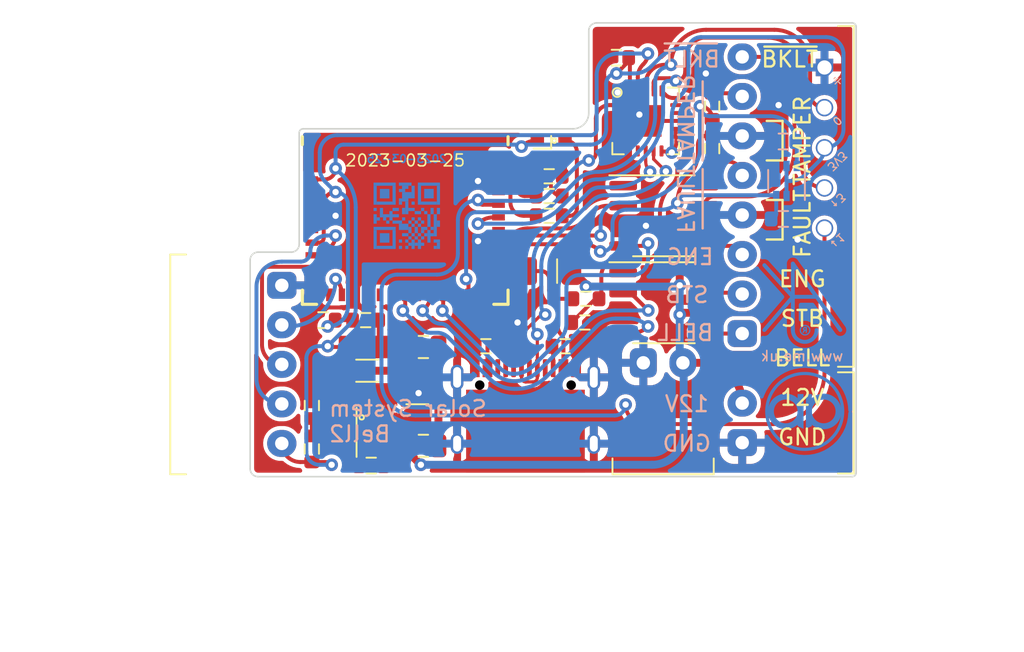
<source format=kicad_pcb>
(kicad_pcb (version 20211014) (generator pcbnew)
  (title_block (title "Bell box controller") (date "${DATE}") (rev "2") (company "Adrian Kennard, Andrews & Arnold Ltd"))
  (layers (0 "F.Cu" signal) (31 "B.Cu" signal) (34 "B.Paste" user) (35 "F.Paste" user) (36 "B.SilkS" user "B.Silkscreen") (37 "F.SilkS" user "F.Silkscreen") (38 "B.Mask" user) (39 "F.Mask" user) (44 "Edge.Cuts" user))
  (property "DATE" "2023-03-25")
  (net 0 "")
  (net 1 "GND")
  (net 2 "+3V3")
  (net 3 "VBUS")
  (net 4 "+12V")
  (net 6 "Net-(J1-PadA5)")
  (net 7 "Net-(J1-PadB5)")
  (net 9 "D-")
  (net 10 "D+")
  (net 11 "OUT1")
  (net 12 "OUT4")
  (net 13 "OUT3")
  (net 14 "O")
  (net 15 "I")
  (net 16 "OUT2")
  (net 25 "EN")
  (net 31 "BOOT")
  (net 32 "IN2")
  (net 33 "IN1")
  (net 34 "~{BACKLIGHT}")
  (net 35 "T")
  (net 36 "FAULT")
  (net 37 "ENGHOLD")
  (net 38 "STB")
  (net 39 "BELL")
  (net 40 "Net-(D2-Pad3)")
  (net 41 "Net-(D2-Pad2)")
  (net 42 "G")
  (net 43 "B")
  (net 44 "R")
  (net 45 "Net-(R2-Pad2)")
  (net 46 "Net-(D2-Pad4)")
  (net 51 "Net-(R11-Pad2)")
  (net 55 "GPSTX")
  (net 56 "GPSTICK")
  (net 57 "GPSRX")
  (footprint "RevK:PTSM-HH-8-RA" (layer "F.Cu") (at 101.2 42.7 90)
    (fp_text reference "J3" hide)
    (fp_text value "Conn_01x08")
  )
  (footprint "RevK:R_0603" (layer "F.Cu") (at 91.25 50.75)
    (fp_text reference "R3" hide)
    (fp_text value "10k")
  )
  (footprint "RevK:R_0603" (layer "F.Cu") (at 91.325 49.25)
    (fp_text reference "R2" hide)
    (fp_text value "4k7")
  )
  (footprint "RevK:PTSM-HH-2-RA" (layer "F.Cu") (at 96.2 53.3)
    (fp_text reference "J2" hide)
    (fp_text value "POWER")
  )
  (footprint "RevK:R_0603" (layer "F.Cu") (at 89 42.75 180)
    (fp_text reference "R10" hide)
    (fp_text value "220R")
  )
  (footprint "RevK:SOT-23-Thin-6-Reg" (layer "F.Cu") (at 77.5 57.7 90)
    (fp_text reference "U5" hide)
    (fp_text value "LMR16006XDDCR")
  )
  (footprint "RevK:C_0603_" (layer "F.Cu") (at 77.75 59.8)
    (fp_text reference "C4" hide)
    (fp_text value "100nF")
  )
  (footprint "RevK:C_0805_" (layer "F.Cu") (at 81.05 52.3)
    (fp_text reference "C6" hide)
    (fp_text value "10uF")
  )
  (footprint "RevK:R_0603" (layer "F.Cu") (at 99.3 37.075 -90)
    (fp_text reference "R4" hide)
    (fp_text value "100R")
  )
  (footprint "RevK:PTSM-HH-5-RA" (layer "F.Cu") (at 72.1 53.4 -90)
    (fp_text reference "J5" hide)
    (fp_text value "Conn_01x05")
  )
  (footprint "RevK:R_0603" (layer "F.Cu") (at 89 41.5 180)
    (fp_text reference "R9" hide)
    (fp_text value "2K")
  )
  (footprint "RevK:R_0603" (layer "F.Cu") (at 99.3 39.75 90)
    (fp_text reference "R7" hide)
    (fp_text value "100R")
  )
  (footprint "RevK:C_0603" (layer "F.Cu") (at 93.25 34 180)
    (fp_text reference "C1" hide)
    (fp_text value "0.1uF")
  )
  (footprint "RevK:R_0603" (layer "F.Cu") (at 77.4 50.6)
    (fp_text reference "R1" hide)
    (fp_text value "10k")
  )
  (footprint "RevK:PTSM-HH-2-RA" (layer "F.Cu") (at 101.2 57.1 90)
    (fp_text reference "J6" hide)
    (fp_text value "Conn_01x02")
  )
  (footprint "Package_SO:SO-8_3.9x4.9mm_P1.27mm" (layer "F.Cu") (at 96.25 44)
    (fp_text reference "U4" hide)
    (fp_text value "ISL89410")
  )
  (footprint "Package_SO:SO-8_3.9x4.9mm_P1.27mm" (layer "F.Cu") (at 96.25 49.5)
    (fp_text reference "U3" hide)
    (fp_text value "ISL89410")
  )
  (footprint "RevK:C_0603" (layer "F.Cu") (at 74.7 50.6)
    (fp_text reference "C7" hide)
    (fp_text value "10nF")
  )
  (footprint "RevK:R_0603" (layer "F.Cu") (at 85 52.25 180)
    (fp_text reference "R5" hide)
    (fp_text value "5K1")
  )
  (footprint "RevK:R_0603" (layer "F.Cu") (at 74 56 -90)
    (fp_text reference "R12" hide)
    (fp_text value "30k 1%")
  )
  (footprint "RevK:C_0805_" (layer "F.Cu") (at 81.05 58.55)
    (fp_text reference "C5" hide)
    (fp_text value "2.2uF")
  )
  (footprint "RevK:R_0603" (layer "F.Cu") (at 90 52.25 180)
    (fp_text reference "R6" hide)
    (fp_text value "5K1")
  )
  (footprint "RevK:D_1206" (layer "F.Cu") (at 89 47.5 180)
    (fp_text reference "D3" hide)
    (fp_text value "D")
  )
  (footprint "RevK:R_0603" (layer "F.Cu") (at 74 58.75 90)
    (fp_text reference "R11" hide)
    (fp_text value "100k 1%")
  )
  (footprint "RevK:R_0603" (layer "F.Cu") (at 89 44 180)
    (fp_text reference "R8" hide)
    (fp_text value "680R")
  )
  (footprint "RevK:LED-RGB-1.6x1.6" (layer "F.Cu") (at 89.125 39.75 180)
    (fp_text reference "D2" hide)
    (fp_text value "LED_RGBA")
  )
  (footprint "RevK:ESP32-PICO-MINI-02" (layer "F.Cu") (at 79.9 44.1)
    (fp_text reference "U1" hide)
    (fp_text value "ESP32-PICO-MINI-02")
  )
  (footprint "RevK:USC16-TR" (layer "F.Cu") (at 87.5 56.1)
    (fp_text reference "J1" hide)
    (fp_text value "USB-C")
  )
  (footprint "RevK:D_1206_" (layer "F.Cu") (at 80.67 55.42 90)
    (fp_text reference "D4" hide)
    (fp_text value "Schottky")
  )
  (footprint "RevK:L_4x4_" (layer "F.Cu") (at 77.5 53.8 90)
    (fp_text reference "L1" hide)
    (fp_text value "6.8uH")
  )
  (footprint "RevK:QFN-20-1EP_4x4mm_P0.5mm_EP2.5x2.5mm" (layer "F.Cu") (at 95.1 38)
    (fp_text reference "U2" hide)
    (fp_text value "FT231XQ")
  )
  (footprint "RevK:AA" (layer "B.Cu") (at 105.15 56.375 180)
    (fp_text reference "U7" hide)
    (fp_text value "AA" hide)
  )
  (footprint "RevK:Shelly" (layer "B.Cu") (at 106.4 39.7 90)
    (fp_text reference "J4" hide)
    (fp_text value "Shelly" hide)
  )
  (footprint "RevK:QR-SS" (layer "B.Cu") (at 80 44)
    (fp_text reference "U8" hide)
    (fp_text value "QR" hide)
  )
  (footprint "RevK:C_0603" (layer "B.Cu") (at 103.8 44.2)
    (fp_text reference "C3" hide)
    (fp_text value "33pF")
  )
  (footprint "Package_TO_SOT_SMD:SOT-363_SC-70-6" (layer "B.Cu") (at 104 41.8 90)
    (fp_text reference "D1" hide)
    (fp_text value "BAV99S")
  )
  (footprint "RevK:C_0603" (layer "B.Cu") (at 103.8 39.3 180)
    (fp_text reference "C2" hide)
    (fp_text value "33pF")
  )
  (footprint "RevK:AJK" (layer "B.Cu") (at 104.4 49.125 180)
    (fp_text reference "AJK1" hide)
    (fp_text value "AJK" hide)
  )
  (gr_line (start 98.7 44.8) (end 98.7 41.05) (layer "B.SilkS") (width 0.15))
  (gr_line (start 98.7 40.5) (end 98.7 35.5) (layer "B.SilkS") (width 0.15))
  (gr_line (start 96.3 33.1) (end 99.6 33.1) (layer "B.SilkS") (width 0.15))
  (gr_line (start 103.75 45.5) (end 102.75 45.5) (layer "F.SilkS") (width 0.15))
  (gr_line (start 103.75 38) (end 103.75 40.5) (layer "F.SilkS") (width 0.15))
  (gr_line (start 103.75 40.5) (end 102.75 40.5) (layer "F.SilkS") (width 0.15))
  (gr_line (start 103.75 43) (end 103.75 45.5) (layer "F.SilkS") (width 0.15))
  (gr_line (start 102.6 33.3) (end 105.9 33.3) (layer "F.SilkS") (width 0.15))
  (gr_line (start 102.75 43) (end 103.75 43) (layer "F.SilkS") (width 0.15))
  (gr_line (start 102.75 38) (end 103.75 38) (layer "F.SilkS") (width 0.15))
  (gr_arc (start 73.2 38.75) (mid 73.273223 38.573223) (end 73.45 38.5) (layer "Edge.Cuts") (width 0.1))
  (gr_arc (start 73.2 45.8) (mid 73.053553 46.153553) (end 72.7 46.3) (layer "Edge.Cuts") (width 0.1))
  (gr_line (start 108.15 60.5) (end 70.6 60.5) (layer "Edge.Cuts") (width 0.1))
  (gr_line (start 73.2 45.8) (end 73.2 38.75) (layer "Edge.Cuts") (width 0.1))
  (gr_arc (start 70.1 46.8) (mid 70.246447 46.446447) (end 70.6 46.3) (layer "Edge.Cuts") (width 0.1))
  (gr_line (start 92 31.8) (end 108.15 31.8) (layer "Edge.Cuts") (width 0.1))
  (gr_arc (start 108.15 31.8) (mid 108.326777 31.873223) (end 108.4 32.05) (layer "Edge.Cuts") (width 0.1))
  (gr_arc (start 91.5 32.3) (mid 91.646447 31.946447) (end 92 31.8) (layer "Edge.Cuts") (width 0.1))
  (gr_line (start 91.5 37.5) (end 91.5 32.3) (layer "Edge.Cuts") (width 0.1))
  (gr_line (start 70.1 60) (end 70.1 46.8) (layer "Edge.Cuts") (width 0.1))
  (gr_line (start 73.45 38.5) (end 90.5 38.5) (layer "Edge.Cuts") (width 0.1))
  (gr_arc (start 70.6 60.5) (mid 70.246447 60.353553) (end 70.1 60) (layer "Edge.Cuts") (width 0.1))
  (gr_line (start 108.4 32.05) (end 108.4 60.25) (layer "Edge.Cuts") (width 0.1))
  (gr_line (start 70.6 46.3) (end 72.7 46.3) (layer "Edge.Cuts") (width 0.1))
  (gr_arc (start 91.5 37.5) (mid 91.207107 38.207107) (end 90.5 38.5) (layer "Edge.Cuts") (width 0.1))
  (gr_arc (start 108.4 60.25) (mid 108.326777 60.426777) (end 108.15 60.5) (layer "Edge.Cuts") (width 0.1))
  (gr_text "12V" (at 97.7 55.9) (layer "B.SilkS") (effects (font (size 1 1)) (justify mirror)))
  (gr_text "TAMPER" (at 97.6 37.9 -90) (layer "B.SilkS") (effects (font (size 1 1)) (justify mirror)))
  (gr_text "GND" (at 97.7 58.4) (layer "B.SilkS") (effects (font (size 1 1)) (justify mirror)))
  (gr_text "ENG" (at 97.9 46.6) (layer "B.SilkS") (effects (font (size 1 1)) (justify mirror)))
  (gr_text "Solar System\nBell2" (at 75 57) (layer "B.SilkS") (effects (font (size 1 1)) (justify right mirror)))
  (gr_text "BKLT" (at 98 34.1) (layer "B.SilkS") (effects (font (size 1 1)) (justify mirror)))
  (gr_text "STB" (at 97.7 49) (layer "B.SilkS") (effects (font (size 1 1)) (justify mirror)))
  (gr_text "BELL" (at 97.6 51.4) (layer "B.SilkS") (effects (font (size 1 1)) (justify mirror)))
  (gr_text "FAULT" (at 97.6 42.95 -90) (layer "B.SilkS") (effects (font (size 1 1)) (justify mirror)))
  (gr_text "BELL" (at 105 53) (layer "F.SilkS") (effects (font (size 1 1))))
  (gr_text "12V" (at 105 55.5) (layer "F.SilkS") (effects (font (size 1 1))))
  (gr_text "GND" (at 105 58) (layer "F.SilkS") (effects (font (size 1 1))))
  (gr_text "FAULT" (at 105 44.5 90) (layer "F.SilkS") (effects (font (size 1 1))))
  (gr_text "ENG" (at 105 48) (layer "F.SilkS") (effects (font (size 1 1))))
  (gr_text "BKLT" (at 104.2 34.1) (layer "F.SilkS") (effects (font (size 1 1))))
  (gr_text "TAMPER" (at 105 39.25 90) (layer "F.SilkS") (effects (font (size 1 1))))
  (gr_text "STB" (at 105 50.5) (layer "F.SilkS") (effects (font (size 1 1))))
  (segment (start 97 38) (end 95.1 38) (width 0.25) (layer "F.Cu") (net 1))
  (segment (start 75.8 49.8) (end 74.4 49.8) (width 0.25) (layer "F.Cu") (net 1))
  (segment (start 93.2 37.5) (end 94.6 37.5) (width 0.25) (layer "F.Cu") (net 1))
  (segment (start 73.95 49.05) (end 73.95 49.35) (width 0.25) (layer "F.Cu") (net 1))
  (segment (start 93.675 50.135) (end 92.69 50.135) (width 0.25) (layer "F.Cu") (net 1))
  (segment (start 94.1 40.968534) (end 95.074044 41.942578) (width 0.25) (layer "F.Cu") (net 1))
  (segment (start 93.2 38.5) (end 94.6 38.5) (width 0.25) (layer "F.Cu") (net 1))
  (segment (start 75.8 49.8) (end 75.9 49.8) (width 0.25) (layer "F.Cu") (net 1))
  (segment (start 95.115 41.950901) (end 95.115 44.635) (width 0.25) (layer "F.Cu") (net 1))
  (segment (start 93.2 39) (end 94.1 39) (width 0.25) (layer "F.Cu") (net 1))
  (segment (start 80.67 55.141016) (end 80.744484 55.2155) (width 0.5) (layer "F.Cu") (net 1))
  (segment (start 92.69 50.135) (end 92.075 50.75) (width 0.25) (layer "F.Cu") (net 1))
  (segment (start 95.106677 41.942578) (end 95.115 41.950901) (width 0.25) (layer "F.Cu") (net 1))
  (segment (start 74 55.175) (end 75.039645 55.175) (width 0.5) (layer "F.Cu") (net 1))
  (segment (start 95.074044 41.942578) (end 95.106677 41.942578) (width 0.25) (layer "F.Cu") (net 1))
  (segment (start 77.85 42.15) (end 77.85 44.1) (width 0.25) (layer "F.Cu") (net 1))
  (segment (start 95.115 44.635) (end 93.675 44.635) (width 0.25) (layer "F.Cu") (net 1))
  (segment (start 80.67 53.9375) (end 80.67 55.141016) (width 0.5) (layer "F.Cu") (net 1))
  (segment (start 90.7 53.64) (end 90.7 52.551776) (width 0.25) (layer "F.Cu") (net 1))
  (segment (start 93.2 38) (end 95 38) (width 0.25) (layer "F.Cu") (net 1))
  (segment (start 94.1 39.9) (end 94.1 40.968534) (width 0.25) (layer "F.Cu") (net 1))
  (segment (start 94.1 39) (end 95.1 38) (width 0.25) (layer "F.Cu") (net 1))
  (segment (start 79.8 42.15) (end 77.85 42.15) (width 0.25) (layer "F.Cu") (net 1))
  (segment (start 94.1 39.9) (end 94.1 39) (width 0.25) (layer "F.Cu") (net 1))
  (via (at 103.5 37) (size 0.8) (drill 0.4) (layers "F.Cu" "B.Cu") (net 1))
  (via (at 84.5 41.8) (size 0.8) (drill 0.4) (layers "F.Cu" "B.Cu") (net 1))
  (via (at 94.7 37.6) (size 0.8) (drill 0.4) (layers "F.Cu" "B.Cu") (net 1))
  (via (at 75.5 44) (size 0.8) (drill 0.4) (layers "F.Cu" "B.Cu") (net 1))
  (via (at 93.3245 36.2) (size 0.8) (drill 0.4) (layers "F.Cu" "B.Cu") (net 1))
  (via (at 80.744484 55.2155) (size 0.8) (drill 0.4) (layers "F.Cu" "B.Cu") (net 1))
  (via (at 87 50.75) (size 0.8) (drill 0.4) (layers "F.Cu" "B.Cu") (net 1))
  (via (at 104.7 45.5) (size 0.8) (drill 0.4) (layers "F.Cu" "B.Cu") (net 1))
  (via (at 98.9 35) (size 0.8) (drill 0.4) (layers "F.Cu" "B.Cu") (net 1))
  (via (at 84.5 45.6) (size 0.8) (drill 0.4) (layers "F.Cu" "B.Cu") (net 1))
  (via (at 95.115 44.635) (size 0.8) (drill 0.4) (layers "F.Cu" "B.Cu") (net 1))
  (arc (start 75.9 49.8) (mid 76.465685 49.565685) (end 76.7 49) (width 0.25) (layer "F.Cu") (net 1))
  (arc (start 73.95 49.35) (mid 74.081802 49.668198) (end 74.4 49.8) (width 0.25) (layer "F.Cu") (net 1))
  (arc (start 75.039645 55.175) (mid 75.072308 55.181498) (end 75.1 55.2) (width 0.5) (layer "F.Cu") (net 1))
  (segment (start 94.1 36.1) (end 94.1 34.181066) (width 0.25) (layer "F.Cu") (net 2))
  (segment (start 77.55 52.3) (end 75.05 52.3) (width 0.25) (layer "F.Cu") (net 2))
  (segment (start 94.025 34.225) (end 93.25 35) (width 0.25) (layer "F.Cu") (net 2))
  (segment (start 96.1 39.9375) (end 96.599112 39.9375) (width 0.25) (layer "F.Cu") (net 2))
  (segment (start 74 59.575) (end 73.275 59.575) (width 0.25) (layer "F.Cu") (net 2))
  (segment (start 97.0375 39) (end 97.0375 39.305914) (width 0.25) (layer "F.Cu") (net 2))
  (segment (start 74 59.575) (end 74.827513 59.575) (width 0.25) (layer "F.Cu") (net 2))
  (segment (start 74.8 41.7) (end 74 41.7) (width 0.25) (layer "F.Cu") (net 2))
  (segment (start 97 38.5) (end 97 39) (width 0.25) (layer "F.Cu") (net 2))
  (segment (start 78.225 50.6) (end 78.225 51.625) (width 0.25) (layer "F.Cu") (net 2))
  (via (at 96.75 40) (size 0.8) (drill 0.4) (layers "F.Cu" "B.Cu") (net 2))
  (via (at 87.25 39.6245) (size 0.8) (drill 0.4) (layers "F.Cu" "B.Cu") (net 2))
  (via (at 75.25 59.75) (size 0.8) (drill 0.4) (layers "F.Cu" "B.Cu") (net 2))
  (via (at 75.5 41) (size 0.8) (drill 0.4) (layers "F.Cu" "B.Cu") (net 2))
  (via (at 93.25 35) (size 0.8) (drill 0.4) (layers "F.Cu" "B.Cu") (net 2))
  (via (at 75 52.25) (size 0.8) (drill 0.4) (layers "F.Cu" "B.Cu") (net 2))
  (arc (start 73.275 59.575) (mid 72.44415 59.23085) (end 72.1 58.4) (width 0.25) (layer "F.Cu") (net 2))
  (arc (start 74.827513 59.575) (mid 75.056161 59.620481) (end 75.25 59.75) (width 0.25) (layer "F.Cu") (net 2))
  (arc (start 78.225 51.625) (mid 78.027297 52.102297) (end 77.55 52.3) (width 0.25) (layer "F.Cu") (net 2))
  (arc (start 88.154122 39.25) (mid 87.664815 39.347329) (end 87.25 39.6245) (width 0.25) (layer "F.Cu") (net 2))
  (arc (start 96.599112 39.9375) (mid 96.680772 39.953744) (end 96.75 40) (width 0.25) (layer "F.Cu") (net 2))
  (arc (start 97.0375 39.305914) (mid 96.962781 39.681551) (end 96.75 40) (width 0.25) (layer "F.Cu") (net 2))
  (arc (start 75.05 52.3) (mid 75.014645 52.285355) (end 75 52.25) (width 0.25) (layer "F.Cu") (net 2))
  (arc (start 75.5 41) (mid 75.294975 41.494975) (end 74.8 41.7) (width 0.25) (layer "F.Cu") (net 2))
  (segment (start 74.48 59.75) (end 75.25 59.75) (width 0.25) (layer "B.Cu") (net 2))
  (segment (start 107.6 34.7) (end 107.6 33.7) (width 0.25) (layer "B.Cu") (net 2))
  (segment (start 104 41.8) (end 104 42.75) (width 0.25) (layer "B.Cu") (net 2))
  (segment (start 92.6 38.5) (end 92.6 35.65) (width 0.25) (layer "B.Cu") (net 2))
  (segment (start 73.65 53.03) (end 73.65 58.92) (width 0.25) (layer "B.Cu") (net 2))
  (segment (start 87.25 39.6245) (end 87.3745 39.5) (width 0.25) (layer "B.Cu") (net 2))
  (segment (start 76 39.5) (end 87.1255 39.5) (width 0.25) (layer "B.Cu") (net 2))
  (segment (start 75 52.25) (end 74.43 52.25) (width 0.25) (layer "B.Cu") (net 2))
  (segment (start 107.6 38.5) (end 107.6 34.7) (width 0.25) (layer "B.Cu") (net 2))
  (segment (start 104 40.85) (end 104 41.8) (width 0.25) (layer "B.Cu") (net 2))
  (segment (start 97.7 33.4) (end 97.448528 33.4) (width 0.25) (layer "B.Cu") (net 2))
  (segment (start 107.6 34.7) (end 107.6 33.8) (width 0.25) (layer "B.Cu") (net 2))
  (segment (start 75 52.25) (end 76.323224 50.926776) (width 0.25) (layer "B.Cu") (net 2))
  (segment (start 106.5 32.7) (end 98.6 32.7) (width 0.25) (layer "B.Cu") (net 2))
  (segment (start 97.8 33.5) (end 97.8 34.2) (width 0.25) (layer "B.Cu") (net 2))
  (segment (start 75.926472 41.426472) (end 75.5 41) (width 0.25) (layer "B.Cu") (net 2))
  (segment (start 87.3745 39.5) (end 91.6 39.5) (width 0.25) (layer "B.Cu") (net 2))
  (segment (start 96 34) (end 95.45 34.55) (width 0.25) (layer "B.Cu") (net 2))
  (segment (start 105.2 41.4) (end 106.046446 40.553554) (width 0.25) (layer "B.Cu") (net 2))
  (segment (start 76.775 43.475) (end 76.775 49.836092) (width 0.25) (layer "B.Cu") (net 2))
  (segment (start 96.75 37.727817) (end 96.75 40) (width 0.25) (layer "B.Cu") (net 2))
  (segment (start 97.8 34.2) (end 97.8 33.641421) (width 0.25) (layer "B.Cu") (net 2))
  (segment (start 87.1255 39.5) (end 87.25 39.6245) (width 0.25) (layer "B.Cu") (net 2))
  (segment (start 97.8 34.2) (end 97.8 35.192894) (width 0.25) (layer "B.Cu") (net 2))
  (segment (start 94.363604 35) (end 93.25 35) (width 0.25) (layer "B.Cu") (net 2))
  (segment (start 104 41.8) (end 104.234315 41.8) (width 0.25) (layer "B.Cu") (net 2))
  (segment (start 75.5 40) (end 75.5 41) (width 0.25) (layer "B.Cu") (net 2))
  (arc (start 97.3 36.4) (mid 96.89294 37.009207) (end 96.75 37.727817) (width 0.25) (layer "B.Cu") (net 2))
  (arc (start 97.448528 33.4) (mid 96.664591 33.555935) (end 96 34) (width 0.25) (layer "B.Cu") (net 2))
  (arc (start 95.45 34.55) (mid 94.951557 34.883048) (end 94.363604 35) (width 0.25) (layer "B.Cu") (net 2))
  (arc (start 97.8 35.192894) (mid 97.670054 35.846175) (end 97.3 36.4) (width 0.25) (layer "B.Cu") (net 2))
  (arc (start 98.6 32.7) (mid 98.034315 32.934315) (end 97.8 33.5) (width 0.25) (layer "B.Cu") (net 2))
  (arc (start 104.234315 41.8) (mid 104.75694 41.696043) (end 105.2 41.4) (width 0.25) (layer "B.Cu") (net 2))
  (arc (start 76 39.5) (mid 75.646447 39.646447) (end 75.5 40) (width 0.25) (layer "B.Cu") (net 2))
  (arc (start 92.6 35.65) (mid 92.790381 35.190381) (end 93.25 35) (width 0.25) (layer "B.Cu") (net 2))
  (arc (start 106.4 39.7) (mid 107.248528 39.348528) (end 107.6 38.5) (width 0.25) (layer "B.Cu") (net 2))
  (arc (start 97.8 33.641421) (mid 97.774011 33.510765) (end 97.7 33.4) (width 0.25) (layer "B.Cu") (net 2))
  (arc (start 74.43 52.25) (mid 73.878457 52.478457) (end 73.65 53.03) (width 0.25) (layer "B.Cu") (net 2))
  (arc (start 106.046446 40.553554) (mid 106.308114 40.16194) (end 106.4 39.7) (width 0.25) (layer "B.Cu") (net 2))
  (arc (start 76.323224 50.926776) (mid 76.657587 50.426366) (end 76.775 49.836092) (width 0.25) (layer "B.Cu") (net 2))
  (arc (start 91.6 39.5) (mid 92.307107 39.207107) (end 92.6 38.5) (width 0.25) (layer "B.Cu") (net 2))
  (arc (start 73.65 58.92) (mid 73.893101 59.506899) (end 74.48 59.75) (width 0.25) (layer "B.Cu") (net 2))
  (arc (start 107.6 33.8) (mid 107.277817 33.022183) (end 106.5 32.7) (width 0.25) (layer "B.Cu") (net 2))
  (arc (start 76.775 43.475) (mid 76.554475 42.366345) (end 75.926472 41.426472) (width 0.25) (layer "B.Cu") (net 2))
  (segment (start 89.9 53.64) (end 89.9 51.862132) (width 0.25) (layer "F.Cu") (net 3))
  (segment (start 85.418198 51.081802) (end 86.5 50) (width 0.25) (layer "F.Cu") (net 3))
  (segment (start 87.5125 47.5) (end 88.5 47.5) (width 0.25) (layer "F.Cu") (net 3))
  (segment (start 85.1 53.64) (end 85.1 51.85) (width 0.25) (layer "F.Cu") (net 3))
  (segment (start 89 48.7) (end 89 48) (width 0.25) (layer "F.Cu") (net 3))
  (segment (start 90.5 49.25) (end 89.55 49.25) (width 0.25) (layer "F.Cu") (net 3))
  (segment (start 89.55 51.017158) (end 89.55 49.25) (width 0.25) (layer "F.Cu") (net 3))
  (arc (start 89.75 51.5) (mid 89.601978 51.278471) (end 89.55 51.017158) (width 0.25) (layer "F.Cu") (net 3))
  (arc (start 89.9 51.862132) (mid 89.861016 51.666148) (end 89.75 51.5) (width 0.25) (layer "F.Cu") (net 3))
  (arc (start 86.5 50) (mid 87.24936 48.878504) (end 87.5125 47.555609) (width 0.25) (layer "F.Cu") (net 3))
  (arc (start 85.1 51.85) (mid 85.182697 51.434254) (end 85.418198 51.081802) (width 0.25) (layer "F.Cu") (net 3))
  (arc (start 89 48) (mid 88.853553 47.646447) (end 88.5 47.5) (width 0.25) (layer "F.Cu") (net 3))
  (arc (start 89.55 49.25) (mid 89.161091 49.088909) (end 89 48.7) (width 0.25) (layer "F.Cu") (net 3))
  (segment (start 98.825 50.135) (end 97.527634 50.135) (width 0.5) (layer "F.Cu") (net 4))
  (segment (start 91.325 48.476426) (end 91.325 48.3375) (width 0.5) (layer "F.Cu") (net 4))
  (segment (start 91.325 48.3375) (end 90.4875 47.5) (width 0.5) (layer "F.Cu") (net 4))
  (segment (start 97.25 48.4) (end 97.25 45.25) (width 0.5) (layer "F.Cu") (net 4))
  (segment (start 97.865 44.635) (end 98.825 44.635) (width 0.5) (layer "F.Cu") (net 4))
  (segment (start 97.45 53.3) (end 98.65 53.3) (width 0.5) (layer "F.Cu") (net 4))
  (segment (start 80.89 59.75) (end 80.389914 59.249914) (width 0.5) (layer "F.Cu") (net 4))
  (segment (start 78.85 57.7) (end 78.85 58.65) (width 0.25) (layer "F.Cu") (net 4))
  (via (at 97.25 50.25) (size 0.8) (drill 0.4) (layers "F.Cu" "B.Cu") (net 4))
  (via (at 80.89 59.75) (size 0.8) (drill 0.4) (layers "F.Cu" "B.Cu") (net 4))
  (via (at 97.25 48.4) (size 0.8) (drill 0.4) (layers "F.Cu" "B.Cu") (net 4))
  (via (at 91.325 48.476426) (size 0.8) (drill 0.4) (layers "F.Cu" "B.Cu") (net 4))
  (arc (start 97.25 45.25) (mid 97.430129 44.815129) (end 97.865 44.635) (width 0.5) (layer "F.Cu") (net 4))
  (arc (start 80.389914 59.249914) (mid 80.175346 58.928791) (end 80.1 58.55) (width 0.5) (layer "F.Cu") (net 4))
  (arc (start 98.65 53.3) (mid 100.453122 54.046878) (end 101.2 55.85) (width 0.5) (layer "F.Cu") (net 4))
  (arc (start 97.527634 50.135) (mid 97.37738 50.164887) (end 97.25 50.25) (width 0.5) (layer "F.Cu") (net 4))
  (segment (start 97.5 53.9) (end 97.5 57.75) (width 0.5) (layer "B.Cu") (net 4))
  (segment (start 95.5 59.75) (end 81.323982 59.75) (width 0.5) (layer "B.Cu") (net 4))
  (segment (start 91.325 48.476426) (end 97.173574 48.476426) (width 0.5) (layer "B.Cu") (net 4))
  (segment (start 97.25 48.4) (end 97.25 50.25) (width 0.5) (layer "B.Cu") (net 4))
  (segment (start 81.323982 59.75) (end 80.89 59.75) (width 0.5) (layer "B.Cu") (net 4))
  (segment (start 97.25 50.25) (end 97.25 53.65) (width 0.5) (layer "B.Cu") (net 4))
  (arc (start 97.5 57.75) (mid 96.914214 59.164214) (end 95.5 59.75) (width 0.5) (layer "B.Cu") (net 4))
  (arc (start 97.173574 48.476426) (mid 97.227615 48.454041) (end 97.25 48.4) (width 0.5) (layer "B.Cu") (net 4))
  (arc (start 86.25 53.27604) (mid 86.139546 52.720751) (end 85.825 52.25) (width 0.25) (layer "F.Cu") (net 6))
  (segment (start 89.25 53.64) (end 89.25 52.431066) (width 0.25) (layer "F.Cu") (net 7))
  (segment (start 87.480131 52.77048) (end 87.27048 52.77048) (width 0.2) (layer "F.Cu") (net 9))
  (segment (start 87.603553 51.146446) (end 88.323223 50.426777) (width 0.2) (layer "F.Cu") (net 9))
  (segment (start 87.75 53.64) (end 87.75 53.040349) (width 0.2) (layer "F.Cu") (net 9))
  (segment (start 87.25 52.721037) (end 87.25 52) (width 0.2) (layer "F.Cu") (net 9))
  (segment (start 86.75 53.64) (end 86.75 53.040349) (width 0.2) (layer "F.Cu") (net 9))
  (segment (start 96.373278 41.190964) (end 95.6 40.417686) (width 0.2) (layer "F.Cu") (net 9))
  (segment (start 87.019869 52.77048) (end 87.27048 52.77048) (width 0.2) (layer "F.Cu") (net 9))
  (segment (start 95.6 40.417686) (end 95.6 39.9375) (width 0.2) (layer "F.Cu") (net 9))
  (via (at 88.75 50.25) (size 0.8) (drill 0.4) (layers "F.Cu" "B.Cu") (net 9))
  (via (at 96.373278 41.190964) (size 0.8) (drill 0.4) (layers "F.Cu" "B.Cu") (net 9))
  (arc (start 87.25 52) (mid 87.341886 51.53806) (end 87.603553 51.146446) (width 0.2) (layer "F.Cu") (net 9))
  (arc (start 87.27048 52.77048) (mid 87.255322 52.747796) (end 87.25 52.721037) (width 0.2) (layer "F.Cu") (net 9))
  (arc (start 87.75 53.040349) (mid 87.670957 52.849523) (end 87.480131 52.77048) (width 0.2) (layer "F.Cu") (net 9))
  (arc (start 88.323223 50.426777) (mid 88.51903 50.295943) (end 88.75 50.25) (width 0.2) (layer "F.Cu") (net 9))
  (arc (start 86.75 53.040349) (mid 86.829043 52.849523) (end 87.019869 52.77048) (width 0.2) (layer "F.Cu") (net 9))
  (segment (start 93.452533 42.7) (end 92.6 42.7) (width 0.25) (layer "B.Cu") (net 9))
  (segment (start 91.661091 43.088909) (end 89.175 45.575) (width 0.25) (layer "B.Cu") (net 9))
  (segment (start 88.5 47.204594) (end 88.5 49.646447) (width 0.25) (layer "B.Cu") (net 9))
  (segment (start 96.138879 41.607327) (end 96.373278 41.372928) (width 0.2) (layer "B.Cu") (net 9))
  (segment (start 96.373278 41.372928) (end 96.373278 41.190964) (width 0.2) (layer "B.Cu") (net 9))
  (arc (start 96.173103 41.573103) (mid 94.924895 42.407129) (end 93.452533 42.7) (width 0.25) (layer "B.Cu") (net 9))
  (arc (start 88.5 49.646447) (mid 88.564973 49.973087) (end 88.75 50.25) (width 0.25) (layer "B.Cu") (net 9))
  (arc (start 89.175 45.575) (mid 88.675427 46.322664) (end 88.5 47.204594) (width 0.25) (layer "B.Cu") (net 9))
  (arc (start 92.6 42.7) (mid 92.091866 42.801074) (end 91.661091 43.088909) (width 0.25) (layer "B.Cu") (net 9))
  (segment (start 88.25 53.64) (end 88.25 51.5) (width 0.2) (layer "F.Cu") (net 10))
  (segment (start 88.25 53.64) (end 88.25 54.239651) (width 0.2) (layer "F.Cu") (net 10))
  (segment (start 87.25 53.64) (end 87.25 54.239651) (width 0.2) (layer "F.Cu") (net 10))
  (segment (start 87.519869 54.50952) (end 87.980131 54.50952) (width 0.2) (layer "F.Cu") (net 10))
  (segment (start 95.1 39.9) (end 95.1 40.556238) (width 0.2) (layer "F.Cu") (net 10))
  (via (at 88.25 51.5) (size 0.8) (drill 0.4) (layers "F.Cu" "B.Cu") (net 10))
  (via (at 95.374143 41.218077) (size 0.8) (drill 0.4) (layers "F.Cu" "B.Cu") (net 10))
  (arc (start 87.25 54.239651) (mid 87.329043 54.430477) (end 87.519869 54.50952) (width 0.2) (layer "F.Cu") (net 10))
  (arc (start 88.25 54.239651) (mid 88.170957 54.430477) (end 87.980131 54.50952) (width 0.2) (layer "F.Cu") (net 10))
  (arc (start 95.1 40.556238) (mid 95.171248 40.914422) (end 95.374143 41.218077) (width 0.2) (layer "F.Cu") (net 10))
  (segment (start 88 46.919238) (end 88 50.896447) (width 0.25) (layer "B.Cu") (net 10))
  (segment (start 91.517157 42.482843) (end 88.65 45.35) (width 0.25) (layer "B.Cu") (net 10))
  (segment (start 93.003572 42.2) (end 92.2 42.2) (width 0.25) (layer "B.Cu") (net 10))
  (arc (start 95.374143 41.218077) (mid 94.286516 41.944807) (end 93.003572 42.2) (width 0.25) (layer "B.Cu") (net 10))
  (arc (start 92.2 42.2) (mid 91.830448 42.273509) (end 91.517157 42.482843) (width 0.25) (layer "B.Cu") (net 10))
  (arc (start 88.65 45.35) (mid 88.16893 46.069972) (end 88 46.919238) (width 0.25) (layer "B.Cu") (net 10))
  (arc (start 88 50.896447) (mid 88.064973 51.223087) (end 88.25 51.5) (width 0.25) (layer "B.Cu") (net 10))
  (segment (start 79.9 49) (end 79.9 49.637868) (width 0.25) (layer "F.Cu") (net 11))
  (via (at 79.75 50) (size 0.8) (drill 0.4) (layers "F.Cu" "B.Cu") (net 11))
  (via (at 95.25 51) (size 0.8) (drill 0.4) (layers "F.Cu" "B.Cu") (net 11))
  (arc (start 95.25 51) (mid 94.801402 51.299744) (end 94.272244 51.405) (width 0.25) (layer "F.Cu") (net 11))
  (arc (start 79.9 49.637868) (mid 79.861016 49.833852) (end 79.75 50) (width 0.25) (layer "F.Cu") (net 11))
  (segment (start 81.896447 51.396447) (end 81.496447 51.396447) (width 0.25) (layer "B.Cu") (net 11))
  (segment (start 86.948897 54.948897) (end 86.801103 54.948897) (width 0.25) (layer "B.Cu") (net 11))
  (segment (start 85.229636 54.297974) (end 82.633341 51.701679) (width 0.25) (layer "B.Cu") (net 11))
  (segment (start 80.898959 51.14896) (end 79.75 50) (width 0.25) (layer "B.Cu") (net 11))
  (segment (start 94.042894 50.5) (end 93.207106 50.5) (width 0.25) (layer "B.Cu") (net 11))
  (segment (start 92 51) (end 88.830481 54.169519) (width 0.25) (layer "B.Cu") (net 11))
  (arc (start 93.207106 50.5) (mid 92.553825 50.629946) (end 92 51) (width 0.25) (layer "B.Cu") (net 11))
  (arc (start 86.801103 54.948897) (mid 85.950631 54.779728) (end 85.229636 54.297974) (width 0.25) (layer "B.Cu") (net 11))
  (arc (start 95.25 51) (mid 94.696175 50.629946) (end 94.042894 50.5) (width 0.25) (layer "B.Cu") (net 11))
  (arc (start 81.496447 51.396447) (mid 81.173089 51.332127) (end 80.898959 51.14896) (width 0.25) (layer "B.Cu") (net 11))
  (arc (start 82.633341 51.701679) (mid 82.295251 51.475774) (end 81.896447 51.396447) (width 0.25) (layer "B.Cu") (net 11))
  (arc (start 88.830481 54.169519) (mid 87.967203 54.746343) (end 86.948897 54.948897) (width 0.25) (layer "B.Cu") (net 11))
  (segment (start 86.382293 45.458807) (end 86.453002 45.388097) (width 0.25) (layer "F.Cu") (net 12))
  (segment (start 90.1 44.8) (end 87.635844 44.8) (width 0.25) (layer "F.Cu") (net 12))
  (segment (start 91.75 43.75) (end 91.124264 44.375736) (width 0.25) (layer "F.Cu") (net 12))
  (segment (start 86.620549 45.220549) (end 86.453002 45.388097) (width 0.25) (layer "F.Cu") (net 12))
  (segment (start 93.675 43.365) (end 92.679472 43.365) (width 0.25) (layer "F.Cu") (net 12))
  (arc (start 91.124264 44.375736) (mid 90.654328 44.689737) (end 90.1 44.8) (width 0.25) (layer "F.Cu") (net 12))
  (arc (start 92.679472 43.365) (mid 92.176446 43.465058) (end 91.75 43.75) (width 0.25) (layer "F.Cu") (net 12))
  (arc (start 87.635844 44.8) (mid 87.086371 44.909297) (end 86.620549 45.220549) (width 0.25) (layer "F.Cu") (net 12))
  (arc (start 85.8 45.7) (mid 86.115134 45.637316) (end 86.382293 45.458807) (width 0.25) (layer "F.Cu") (net 12))
  (segment (start 93.675 45.905) (end 94.875797 45.905) (width 0.25) (layer "F.Cu") (net 13))
  (segment (start 82.3 49) (end 82.3 49.87929) (width 0.25) (layer "F.Cu") (net 13))
  (via (at 95.25 45.75) (size 0.8) (drill 0.4) (layers "F.Cu" "B.Cu") (net 13))
  (via (at 82.25 50) (size 0.8) (drill 0.4) (layers "F.Cu" "B.Cu") (net 13))
  (arc (start 82.3 49.87929) (mid 82.287005 49.944618) (end 82.25 50) (width 0.25) (layer "F.Cu") (net 13))
  (arc (start 94.875797 45.905) (mid 95.078314 45.864716) (end 95.25 45.75) (width 0.25) (layer "F.Cu") (net 13))
  (segment (start 94.541127 47.709717) (end 94.348302 47.748072) (width 0.25) (layer "B.Cu") (net 13))
  (segment (start 94.886234 47.525253) (end 94.722764 47.63448) (width 0.25) (layer "B.Cu") (net 13))
  (segment (start 95.25 46.75) (end 95.248072 46.848302) (width 0.25) (layer "B.Cu") (net 13))
  (segment (start 95.25 45.75) (end 95.25 46.75) (width 0.25) (layer "B.Cu") (net 13))
  (segment (start 89.689296 51.789296) (end 87.993785 53.484807) (width 0.25) (layer "B.Cu") (net 13))
  (segment (start 94.25 47.75) (end 90.9 47.75) (width 0.25) (layer "B.Cu") (net 13))
  (segment (start 95.248072 46.848302) (end 95.209717 47.041127) (width 0.25) (layer "B.Cu") (net 13))
  (segment (start 90.087282 48.562718) (end 90.087282 50.828473) (width 0.25) (layer "B.Cu") (net 13))
  (segment (start 94.348302 47.748072) (end 94.25 47.75) (width 0.25) (layer "B.Cu") (net 13))
  (segment (start 82.25 50) (end 85.896446 53.646447) (width 0.25) (layer "B.Cu") (net 13))
  (segment (start 94.722764 47.63448) (end 94.541127 47.709717) (width 0.25) (layer "B.Cu") (net 13))
  (segment (start 95.13448 47.222764) (end 95.025253 47.386234) (width 0.25) (layer "B.Cu") (net 13))
  (segment (start 95.025253 47.386234) (end 94.886234 47.525253) (width 0.25) (layer "B.Cu") (net 13))
  (segment (start 95.209717 47.041127) (end 95.13448 47.222764) (width 0.25) (layer "B.Cu") (net 13))
  (arc (start 90.9 47.75) (mid 90.325322 47.98804) (end 90.087282 48.562718) (width 0.25) (layer "B.Cu") (net 13))
  (arc (start 87.993785 53.484807) (mid 87.423132 53.866106) (end 86.75 54) (width 0.25) (layer "B.Cu") (net 13))
  (arc (start 86.75 54) (mid 86.28806 53.908114) (end 85.896446 53.646447) (width 0.25) (layer "B.Cu") (net 13))
  (arc (start 90.087282 50.828473) (mid 89.983849 51.348467) (end 89.689296 51.789296) (width 0.25) (layer "B.Cu") (net 13))
  (segment (start 106.4 44.78) (end 106.4 53.91) (width 0.25) (layer "F.Cu") (net 14))
  (segment (start 103.135 57.175) (end 95.065 57.175) (width 0.25) (layer "F.Cu") (net 14))
  (segment (start 91.94952 40.05048) (end 91.94952 37.853152) (width 0.25) (layer "F.Cu") (net 14))
  (segment (start 93.2 37) (end 92.802672 37) (width 0.25) (layer "F.Cu") (net 14))
  (segment (start 84.8 43.3) (end 85.8 43.3) (width 0.25) (layer "F.Cu") (net 14))
  (via (at 93.83 55.94) (size 0.8) (drill 0.4) (layers "F.Cu" "B.Cu") (net 14))
  (via (at 91.5 40.5) (size 0.8) (drill 0.4) (layers "F.Cu" "B.Cu") (net 14))
  (via (at 84.5 43) (size 0.8) (drill 0.4) (layers "F.Cu" "B.Cu") (net 14))
  (arc (start 95.065 57.175) (mid 94.191723 56.813277) (end 93.83 55.94) (width 0.25) (layer "F.Cu") (net 14))
  (arc (start 84.5 43) (mid 84.587868 43.212132) (end 84.8 43.3) (width 0.25) (layer "F.Cu") (net 14))
  (arc (start 91.5 40.5) (mid 91.817859 40.368339) (end 91.94952 40.05048) (width 0.25) (layer "F.Cu") (net 14))
  (arc (start 106.4 53.91) (mid 105.443704 56.218704) (end 103.135 57.175) (width 0.25) (layer "F.Cu") (net 14))
  (arc (start 92.802672 37) (mid 92.199402 37.249882) (end 91.94952 37.853152) (width 0.25) (layer "F.Cu") (net 14))
  (segment (start 84.75 43.050999) (end 88.105738 43.050999) (width 0.25) (layer "B.Cu") (net 14))
  (segment (start 84.75 43.050999) (end 84.550999 43.050999) (width 0.25) (layer "B.Cu") (net 14))
  (segment (start 93.14 56.63) (end 80.55 56.63) (width 0.25) (layer "B.Cu") (net 14))
  (segment (start 83.23 46.39) (end 83.23 44.27) (width 0.25) (layer "B.Cu") (net 14))
  (segment (start 79.4 47.72) (end 81.9 47.72) (width 0.25) (layer "B.Cu") (net 14))
  (segment (start 88.844849 42.744849) (end 90.79957 40.790127) (width 0.25) (layer "B.Cu") (net 14))
  (segment (start 78.4 54.48) (end 78.4 48.72) (width 0.25) (layer "B.Cu") (net 14))
  (arc (start 81.9 47.72) (mid 82.840452 47.330452) (end 83.23 46.39) (width 0.25) (layer "B.Cu") (net 14))
  (arc (start 88.105738 43.050999) (mid 88.505742 42.971433) (end 88.844849 42.744849) (width 0.25) (layer "B.Cu") (net 14))
  (arc (start 91.5 40.5) (mid 91.12093 40.575402) (end 90.79957 40.790127) (width 0.25) (layer "B.Cu") (net 14))
  (arc (start 78.4 48.72) (mid 78.692893 48.012893) (end 79.4 47.72) (width 0.25) (layer "B.Cu") (net 14))
  (arc (start 80.55 56.63) (mid 79.02972 56.00028) (end 78.4 54.48) (width 0.25) (layer "B.Cu") (net 14))
  (arc (start 84.550999 43.050999) (mid 84.514937 43.036062) (end 84.5 43) (width 0.25) (layer "B.Cu") (net 14))
  (arc (start 83.23 44.27) (mid 83.601974 43.371974) (end 84.5 43) (width 0.25) (layer "B.Cu") (net 14))
  (arc (start 93.83 55.94) (mid 93.627904 56.427904) (end 93.14 56.63) (width 0.25) (layer "B.Cu") (net 14))
  (segment (start 97.568855 35.072036) (end 97.598521 34.94206) (width 0.25) (layer "F.Cu") (net 15))
  (segment (start 97.636389 33.772626) (end 97.70439 33.563341) (width 0.25) (layer "F.Cu") (net 15))
  (segment (start 97.203542 35.437353) (end 97.323657 35.379507) (width 0.25) (layer "F.Cu") (net 15))
  (segment (start 98.26727 32.904293) (end 98.463341 32.80439) (width 0.25) (layer "F.Cu") (net 15))
  (segment (start 98.672626 32.736389) (end 102.836389 32.736389) (width 0.25) (layer "F.Cu") (net 15))
  (segment (start 97.6 34.875401) (end 97.6 34.1) (width 0.25) (layer "F.Cu") (net 15))
  (segment (start 97.073567 35.467021) (end 97.203542 35.437353) (width 0.25) (layer "F.Cu") (net 15))
  (segment (start 104.958494 34.858494) (end 104.958494 40.798494) (width 0.25) (layer "F.Cu") (net 15))
  (segment (start 98.463341 32.80439) (end 98.672626 32.736389) (width 0.25) (layer "F.Cu") (net 15))
  (segment (start 97.601965 33.989972) (end 97.636389 33.772626) (width 0.25) (layer "F.Cu") (net 15))
  (segment (start 98.089241 33.033639) (end 98.26727 32.904293) (width 0.25) (layer "F.Cu") (net 15))
  (segment (start 97.511011 35.192151) (end 97.568855 35.072036) (width 0.25) (layer "F.Cu") (net 15))
  (segment (start 97.427889 35.296384) (end 97.511011 35.192151) (width 0.25) (layer "F.Cu") (net 15))
  (segment (start 97.6 34.1) (end 97.601965 33.989972) (width 0.25) (layer "F.Cu") (net 15))
  (segment (start 97.006908 35.468493) (end 97.073567 35.467021) (width 0.25) (layer "F.Cu") (net 15))
  (segment (start 97.323657 35.379507) (end 97.427889 35.296384) (width 0.25) (layer "F.Cu") (net 15))
  (segment (start 97.933639 33.189241) (end 98.089241 33.033639) (width 0.25) (layer "F.Cu") (net 15))
  (segment (start 95.6 36.0625) (end 95.6 35.6) (width 0.25) (layer "F.Cu") (net 15))
  (segment (start 97.804293 33.36727) (end 97.933639 33.189241) (width 0.25) (layer "F.Cu") (net 15))
  (segment (start 85.8 44.1) (end 85.465685 44.1) (width 0.25) (layer "F.Cu") (net 15))
  (segment (start 95.9 35.3) (end 96.60013 35.3) (width 0.25) (layer "F.Cu") (net 15))
  (segment (start 97.70439 33.563341) (end 97.804293 33.36727) (width 0.25) (layer "F.Cu") (net 15))
  (segment (start 97.598521 34.94206) (end 97.6 34.875401) (width 0.25) (layer "F.Cu") (net 15))
  (via (at 97.006908 35.468493) (size 0.8) (drill 0.4) (layers "F.Cu" "B.Cu") (net 15))
  (via (at 84.5 44.5) (size 0.8) (drill 0.4) (layers "F.Cu" "B.Cu") (net 15))
  (arc (start 95.6 35.6) (mid 95.687868 35.387868) (end 95.9 35.3) (width 0.25) (layer "F.Cu") (net 15))
  (arc (start 104.958494 40.798494) (mid 105.380701 41.817793) (end 106.4 42.24) (width 0.25) (layer "F.Cu") (net 15))
  (arc (start 96.60013 35.3) (mid 96.820276 35.34379) (end 97.006908 35.468493) (width 0.25) (layer "F.Cu") (net 15))
  (arc (start 102.836389 32.736389) (mid 104.336944 33.357939) (end 104.958494 34.858494) (width 0.25) (layer "F.Cu") (net 15))
  (arc (start 85.465685 44.1) (mid 84.94306 44.203957) (end 84.5 44.5) (width 0.25) (layer "F.Cu") (net 15))
  (segment (start 95.034315 40.265685) (end 94.731371 40.568629) (width 0.25) (layer "B.Cu") (net 15))
  (segment (start 84.5 44.5) (end 87.300432 44.5) (width 0.25) (layer "B.Cu") (net 15))
  (segment (start 96.531507 35.468493) (end 97.006908 35.468493) (width 0.25) (layer "B.Cu") (net 15))
  (segment (start 96.2 37.451472) (end 96.2 35.8) (width 0.25) (layer "B.Cu") (net 15))
  (segment (start 89.689644 43.510356) (end 91.146446 42.053553) (width 0.25) (layer "B.Cu") (net 15))
  (arc (start 92 41.7) (mid 91.53806 41.791886) (end 91.146446 42.053553) (width 0.25) (layer "B.Cu") (net 15))
  (arc (start 94.731371 40.568629) (mid 93.478207 41.405967) (end 92 41.7) (width 0.25) (layer "B.Cu") (net 15))
  (arc (start 89.689644 43.510356) (mid 88.593464 44.2428) (end 87.300432 44.5) (width 0.25) (layer "B.Cu") (net 15))
  (arc (start 95.034315 40.265685) (mid 95.897048 38.974513) (end 96.2 37.451472) (width 0.25) (layer "B.Cu") (net 15))
  (arc (start 96.2 35.8) (mid 96.297096 35.565589) (end 96.531507 35.468493) (width 0.25) (layer "B.Cu") (net 15))
  (segment (start 81.146447 49.853554) (end 81 50) (width 0.25) (layer "F.Cu") (net 16))
  (segment (start 94.468119 49.19352) (end 95.262299 49.987701) (width 0.25) (layer "F.Cu") (net 16))
  (via (at 81 50) (size 0.8) (drill 0.4) (layers "F.Cu" "B.Cu") (net 16))
  (via (at 95.262299 49.987701) (size 0.8) (drill 0.4) (layers "F.Cu" "B.Cu") (net 16))
  (arc (start 93.675 48.865) (mid 94.104233 48.95038) (end 94.468119 49.19352) (width 0.25) (layer "F.Cu") (net 16))
  (arc (start 81.5 49) (mid 81.408114 49.46194) (end 81.146447 49.853554) (width 0.25) (layer "F.Cu") (net 16))
  (segment (start 82.596699 51.019343) (end 85.500169 53.922812) (width 0.25) (layer "B.Cu") (net 16))
  (segment (start 91.448828 50.698828) (end 88.324462 53.823194) (width 0.25) (layer "B.Cu") (net 16))
  (segment (start 95.262299 49.987701) (end 93.16564 49.987701) (width 0.25) (layer "B.Cu") (net 16))
  (segment (start 81.611091 50.611091) (end 81 50) (width 0.25) (layer "B.Cu") (net 16))
  (arc (start 88.324462 53.823194) (mid 87.621393 54.29297) (end 86.792067 54.457933) (width 0.25) (layer "B.Cu") (net 16))
  (arc (start 82.596699 51.019343) (mid 82.379466 50.874193) (end 82.123223 50.823223) (width 0.25) (layer "B.Cu") (net 16))
  (arc (start 93.16564 49.987701) (mid 92.236508 50.172517) (end 91.448828 50.698828) (width 0.25) (layer "B.Cu") (net 16))
  (arc (start 86.792067 54.457933) (mid 86.092897 54.318859) (end 85.500169 53.922812) (width 0.25) (layer "B.Cu") (net 16))
  (arc (start 82.123223 50.823223) (mid 81.846059 50.768092) (end 81.611091 50.611091) (width 0.25) (layer "B.Cu") (net 16))
  (segment (start 74.75 43.25) (end 74.75 45.399022) (width 0.25) (layer "F.Cu") (net 25))
  (segment (start 94.962711 34.401584) (end 94.932148 34.432148) (width 0.25) (layer "F.Cu") (net 25))
  (segment (start 94.6 35.234024) (end 94.6 36.1) (width 0.25) (layer "F.Cu") (net 25))
  (segment (start 76.575 50.6) (end 75.475 50.6) (width 0.25) (layer "F.Cu") (net 25))
  (segment (start 74.449022 45.7) (end 74 45.7) (width 0.25) (layer "F.Cu") (net 25))
  (via (at 75.5 42.5) (size 0.8) (drill 0.4) (layers "F.Cu" "B.Cu") (net 25))
  (via (at 75 51) (size 0.8) (drill 0.4) (layers "F.Cu" "B.Cu") (net 25))
  (via (at 95.237701 33.737701) (size 0.8) (drill 0.4) (layers "F.Cu" "B.Cu") (net 25))
  (arc (start 95.237701 33.737701) (mid 95.166234 34.096992) (end 94.962711 34.401584) (width 0.25) (layer "F.Cu") (net 25))
  (arc (start 74.75 45.399022) (mid 74.661846 45.611846) (end 74.449022 45.7) (width 0.25) (layer "F.Cu") (net 25))
  (arc (start 75.5 42.5) (mid 74.96967 42.71967) (end 74.75 43.25) (width 0.25) (layer "F.Cu") (net 25))
  (arc (start 94.932148 34.432148) (mid 94.686322 34.800051) (end 94.6 35.234024) (width 0.25) (layer "F.Cu") (net 25))
  (arc (start 75.4 50.6) (mid 75.117157 50.717157) (end 75 51) (width 0.25) (layer "F.Cu") (net 25))
  (segment (start 75.6 38.9) (end 91.629651 38.9) (width 0.25) (layer "B.Cu") (net 25))
  (segment (start 76.282288 43.282288) (end 76.282288 49.717712) (width 0.25) (layer "B.Cu") (net 25))
  (segment (start 92 38.529651) (end 92 35.1) (width 0.25) (layer "B.Cu") (net 25))
  (segment (start 74.5 41) (end 74.5 40) (width 0.25) (layer "B.Cu") (net 25))
  (segment (start 93.362299 33.737701) (end 95.237701 33.737701) (width 0.25) (layer "B.Cu") (net 25))
  (segment (start 75.5 42.5) (end 74.853554 41.853554) (width 0.25) (layer "B.Cu") (net 25))
  (arc (start 75 51) (mid 75.906715 50.624427) (end 76.282288 49.717712) (width 0.25) (layer "B.Cu") (net 25))
  (arc (start 74.853554 41.853554) (mid 74.591885 41.46194) (end 74.5 41) (width 0.25) (layer "B.Cu") (net 25))
  (arc (start 74.5 40) (mid 74.822183 39.222183) (end 75.6 38.9) (width 0.25) (layer "B.Cu") (net 25))
  (arc (start 92 35.1) (mid 92.399008 34.136709) (end 93.362299 33.737701) (width 0.25) (layer "B.Cu") (net 25))
  (arc (start 75.5 42.5) (mid 76.053161 42.729127) (end 76.282288 43.282288) (width 0.25) (layer "B.Cu") (net 25))
  (arc (start 91.629651 38.9) (mid 91.891527 38.791527) (end 92 38.529651) (width 0.25) (layer "B.Cu") (net 25))
  (segment (start 103.236389 32.236389) (end 98.913611 32.236389) (width 0.25) (layer "F.Cu") (net 31))
  (segment (start 96.7 34.45) (end 96.294974 34.45) (width 0.25) (layer "F.Cu") (net 31))
  (segment (start 83.9 49) (end 83.9 48.362132) (width 0.25) (layer "F.Cu") (net 31))
  (segment (start 95.1 35.644974) (end 95.1 36.0625) (width 0.25) (layer "F.Cu") (net 31))
  (segment (start 105.489241 36.249241) (end 105.489241 34.489241) (width 0.25) (layer "F.Cu") (net 31))
  (via (at 96.7 34.45) (size 0.8) (drill 0.4) (layers "F.Cu" "B.Cu") (net 31))
  (via (at 83.75 48) (size 0.8) (drill 0.4) (layers "F.Cu" "B.Cu") (net 31))
  (arc (start 95.45 34.8) (mid 95.190962 35.187677) (end 95.1 35.644974) (width 0.25) (layer "F.Cu") (net 31))
  (arc (start 105.489241 34.489241) (mid 104.829396 32.896234) (end 103.236389 32.236389) (width 0.25) (layer "F.Cu") (net 31))
  (arc (start 106.4 37.16) (mid 105.755996 36.893245) (end 105.489241 36.249241) (width 0.25) (layer "F.Cu") (net 31))
  (arc (start 98.913611 32.236389) (mid 97.348352 32.884741) (end 96.7 34.45) (width 0.25) (layer "F.Cu") (net 31))
  (arc (start 83.9 48.362132) (mid 83.861016 48.166148) (end 83.75 48) (width 0.25) (layer "F.Cu") (net 31))
  (arc (start 96.294974 34.45) (mid 95.837678 34.540962) (end 95.45 34.8) (width 0.25) (layer "F.Cu") (net 31))
  (segment (start 90.727774 41.772226) (end 89.148765 43.351235) (width 0.25) (layer "B.Cu") (net 31))
  (segment (start 96.501578 34.606144) (end 96.468009 34.606144) (width 0.25) (layer "B.Cu") (net 31))
  (segment (start 95.7 35.524264) (end 95.7 37.627208) (width 0.25) (layer "B.Cu") (net 31))
  (segment (start 88.124501 43.775499) (end 84.372833 43.775499) (width 0.25) (layer "B.Cu") (net 31))
  (segment (start 83.75 44.4754) (end 83.75 48) (width 0.25) (layer "B.Cu") (net 31))
  (segment (start 94.8 39.8) (end 94.312699 40.287301) (width 0.25) (layer "B.Cu") (net 31))
  (segment (start 83.75161 44.396722) (end 83.75 44.4754) (width 0.25) (layer "B.Cu") (net 31))
  (arc (start 96 34.8) (mid 95.777967 35.132295) (end 95.7 35.524264) (width 0.25) (layer "B.Cu") (net 31))
  (arc (start 84.372833 43.775499) (mid 83.933562 43.957451) (end 83.75161 44.396722) (width 0.25) (layer "B.Cu") (net 31))
  (arc (start 95.7 37.627208) (mid 95.466097 38.803115) (end 94.8 39.8) (width 0.25) (layer "B.Cu") (net 31))
  (arc (start 94.312699 40.287301) (mid 93.274609 40.980931) (end 92.050099 41.224501) (width 0.25) (layer "B.Cu") (net 31))
  (arc (start 89.148765 43.351235) (mid 88.678828 43.665236) (end 88.124501 43.775499) (width 0.25) (layer "B.Cu") (net 31))
  (arc (start 92.050099 41.224501) (mid 91.334462 41.36685) (end 90.727774 41.772226) (width 0.25) (layer "B.Cu") (net 31))
  (arc (start 96.468009 34.606144) (mid 96.214725 34.656525) (end 96 34.8) (width 0.25) (layer "B.Cu") (net 31))
  (segment (start 86.75 46.5) (end 86.652257 46.597743) (width 0.25) (layer "F.Cu") (net 32))
  (segment (start 98.4 39.5) (end 98.4 40.051472) (width 0.25) (layer "F.Cu") (net 32))
  (segment (start 92.227991 46.256131) (end 92.17741 46.20555) (width 0.25) (layer "F.Cu") (net 32))
  (segment (start 87.190967 46.059032) (end 86.75 46.5) (width 0.25) (layer "F.Cu") (net 32))
  (segment (start 97.1 43.189949) (end 97.1 43.2) (width 0.25) (layer "F.Cu") (net 32))
  (segment (start 91.19951 45.80049) (end 87.815144 45.80049) (width 0.25) (layer "F.Cu") (net 32))
  (segment (start 85.8 47.3) (end 86.2 47.3) (width 0.25) (layer "F.Cu") (net 32))
  (via (at 92.227991 46.256131) (size 0.8) (drill 0.4) (layers "F.Cu" "B.Cu") (net 32))
  (via (at 97.1 43.2) (size 0.8) (drill 0.4) (layers "F.Cu" "B.Cu") (net 32))
  (arc (start 98.4 40.051472) (mid 98.244065 40.83541) (end 97.8 41.5) (width 0.25) (layer "F.Cu") (net 32))
  (arc (start 86.47548 47.02452) (mid 86.394794 47.219314) (end 86.2 47.3) (width 0.25) (layer "F.Cu") (net 32))
  (arc (start 92.17741 46.20555) (mid 91.728746 45.905762) (end 91.19951 45.80049) (width 0.25) (layer "F.Cu") (net 32))
  (arc (start 86.652257 46.597743) (mid 86.521423 46.79355) (end 86.47548 47.02452) (width 0.25) (layer "F.Cu") (net 32))
  (arc (start 97.8 41.5) (mid 97.281924 42.275355) (end 97.1 43.189949) (width 0.25) (layer "F.Cu") (net 32))
  (arc (start 98.975 38.925) (mid 98.568414 39.093414) (end 98.4 39.5) (width 0.25) (layer "F.Cu") (net 32))
  (arc (start 87.815144 45.80049) (mid 87.477342 45.867683) (end 87.190967 46.059032) (width 0.25) (layer "F.Cu") (net 32))
  (segment (start 93.8873 43.6127) (end 96.103655 43.6127) (width 0.25) (layer "B.Cu") (net 32))
  (segment (start 92.227991 46.256131) (end 92.343869 46.256131) (width 0.25) (layer "B.Cu") (net 32))
  (segment (start 103.35 43.875) (end 103.35 42.75) (width 0.25) (layer "B.Cu") (net 32))
  (segment (start 97.6 42.7) (end 103.3 42.7) (width 0.25) (layer "B.Cu") (net 32))
  (segment (start 93 45.6) (end 93 44.5) (width 0.25) (layer "B.Cu") (net 32))
  (arc (start 97.1 43.2) (mid 96.642873 43.505443) (end 96.103655 43.6127) (width 0.25) (layer "B.Cu") (net 32))
  (arc (start 92.343869 46.256131) (mid 92.807824 46.063955) (end 93 45.6) (width 0.25) (layer "B.Cu") (net 32))
  (arc (start 93.8873 43.6127) (mid 93.259884 43.872584) (end 93 44.5) (width 0.25) (layer "B.Cu") (net 32))
  (arc (start 97.1 43.2) (mid 97.246447 42.846447) (end 97.6 42.7) (width 0.25) (layer "B.Cu") (net 32))
  (arc (start 103.025 44.2) (mid 103.25481 44.10481) (end 103.35 43.875) (width 0.25) (layer "B.Cu") (net 32))
  (segment (start 88.05 45.25) (end 92.25 45.25) (width 0.25) (layer "F.Cu") (net 33))
  (segment (start 86.855026 45.744975) (end 86.312132 46.287868) (width 0.25) (layer "F.Cu") (net 33))
  (via (at 98.528748 37.076845) (size 0.8) (drill 0.4) (layers "F.Cu" "B.Cu") (net 33))
  (via (at 92.25 45.25) (size 0.8) (drill 0.4) (layers "F.Cu" "B.Cu") (net 33))
  (arc (start 99.3 37.848097) (mid 99.074106 37.302739) (end 98.528748 37.076845) (width 0.25) (layer "F.Cu") (net 33))
  (arc (start 88.05 45.25) (mid 87.403285 45.37864) (end 86.855026 45.744975) (width 0.25) (layer "F.Cu") (net 33))
  (arc (start 85.8 46.5) (mid 86.077164 46.444869) (end 86.312132 46.287868) (width 0.25) (layer "F.Cu") (net 33))
  (segment (start 98.528748 37.076845) (end 98.528748 39.794201) (width 0.25) (layer "B.Cu") (net 33))
  (segment (start 99.151903 37.7) (end 102.975 37.7) (width 0.25) (layer "B.Cu") (net 33))
  (segment (start 104.65 40.85) (end 104.65 39.375) (width 0.25) (layer "B.Cu") (net 33))
  (segment (start 98.05 40.95) (end 97.1 41.9) (width 0.25) (layer "B.Cu") (net 33))
  (segment (start 94.050392 43.163189) (end 93.436811 43.163189) (width 0.25) (layer "B.Cu") (net 33))
  (segment (start 92.25 44.35) (end 92.25 45.25) (width 0.25) (layer "B.Cu") (net 33))
  (arc (start 97.1 41.9) (mid 95.700828 42.834896) (end 94.050392 43.163189) (width 0.25) (layer "B.Cu") (net 33))
  (arc (start 93.436811 43.163189) (mid 92.597609 43.510798) (end 92.25 44.35) (width 0.25) (layer "B.Cu") (net 33))
  (arc (start 102.975 37.7) (mid 104.106371 38.168629) (end 104.575 39.3) (width 0.25) (layer "B.Cu") (net 33))
  (arc (start 98.528748 37.076845) (mid 98.711266 37.517482) (end 99.151903 37.7) (width 0.25) (layer "B.Cu") (net 33))
  (arc (start 98.528748 39.794201) (mid 98.404325 40.419715) (end 98.05 40.95) (width 0.25) (layer "B.Cu") (net 33))
  (segment (start 104.5 35.3) (end 104.5 39.8) (width 0.25) (layer "F.Cu") (net 34))
  (segment (start 99.415 42.775) (end 101.525 42.775) (width 0.25) (layer "F.Cu") (net 34))
  (segment (start 101.2 33.95) (end 103.15 33.95) (width 0.25) (layer "F.Cu") (net 34))
  (arc (start 103.15 33.95) (mid 104.104594 34.345406) (end 104.5 35.3) (width 0.25) (layer "F.Cu") (net 34))
  (arc (start 98.825 43.365) (mid 98.997807 42.947807) (end 99.415 42.775) (width 0.25) (layer "F.Cu") (net 34))
  (arc (start 104.5 39.8) (mid 103.628643 41.903643) (end 101.525 42.775) (width 0.25) (layer "F.Cu") (net 34))
  (segment (start 99.3 36.25) (end 101 36.25) (width 0.25) (layer "F.Cu") (net 35))
  (segment (start 99.3 40.575) (end 100.325 40.575) (width 0.25) (layer "F.Cu") (net 36))
  (arc (start 100.325 40.575) (mid 100.943718 40.831282) (end 101.2 41.45) (width 0.25) (layer "F.Cu") (net 36))
  (segment (start 98.825 45.905) (end 100.655 45.905) (width 0.25) (layer "F.Cu") (net 37))
  (segment (start 98.825 48.865) (end 101.115 48.865) (width 0.25) (layer "F.Cu") (net 38))
  (segment (start 98.87 51.45) (end 101.2 51.45) (width 0.25) (layer "F.Cu") (net 39))
  (segment (start 90 40.25) (end 90 41.325) (width 0.25) (layer "F.Cu") (net 40))
  (segment (start 90.749511 39.949511) (end 90.749511 43.550489) (width 0.25) (layer "F.Cu") (net 41))
  (segment (start 90.3 44) (end 89.825 44) (width 0.25) (layer "F.Cu") (net 41))
  (arc (start 90.05 39.25) (mid 90.544629 39.454882) (end 90.749511 39.949511) (width 0.25) (layer "F.Cu") (net 41))
  (arc (start 90.749511 43.550489) (mid 90.617852 43.868341) (end 90.3 44) (width 0.25) (layer "F.Cu") (net 41))
  (segment (start 87.05 40.55) (end 87.876256 41.376256) (width 0.25) (layer "F.Cu") (net 42))
  (arc (start 85.963604 40.1) (mid 86.551557 40.216951) (end 87.05 40.55) (width 0.25) (layer "F.Cu") (net 42))
  (arc (start 87.876256 41.376256) (mid 88.013321 41.46784) (end 88.175 41.5) (width 0.25) (layer "F.Cu") (net 42))
  (segment (start 86.35 40.9) (end 85.7 40.9) (width 0.25) (layer "F.Cu") (net 43))
  (segment (start 87.45 42.75) (end 88.175 42.75) (width 0.25) (layer "F.Cu") (net 43))
  (segment (start 87 41.55) (end 87 42.3) (width 0.25) (layer "F.Cu") (net 43))
  (arc (start 87 42.3) (mid 87.131802 42.618198) (end 87.45 42.75) (width 0.25) (layer "F.Cu") (net 43))
  (arc (start 86.35 40.9) (mid 86.809619 41.090381) (end 87 41.55) (width 0.25) (layer "F.Cu") (net 43))
  (segment (start 86.550317 42.150317) (end 86.550317 43.150317) (width 0.25) (layer "F.Cu") (net 44))
  (segment (start 87.4 44) (end 88.175 44) (width 0.25) (layer "F.Cu") (net 44))
  (segment (start 85.8 41.7) (end 86.1 41.7) (width 0.25) (layer "F.Cu") (net 44))
  (arc (start 86.550317 43.150317) (mid 86.799183 43.751134) (end 87.4 44) (width 0.25) (layer "F.Cu") (net 44))
  (arc (start 86.1 41.7) (mid 86.418422 41.831895) (end 86.550317 42.150317) (width 0.25) (layer "F.Cu") (net 44))
  (segment (start 97.382843 40.417158) (end 97.4 40.4) (width 0.25) (layer "F.Cu") (net 45))
  (segment (start 96 45.75) (end 96 43.789949) (width 0.25) (layer "F.Cu") (net 45))
  (segment (start 92.29584 49.10416) (end 92.29584 47.798561) (width 0.25) (layer "F.Cu") (net 45))
  (segment (start 91.925 49.25) (end 90.425 50.75) (width 0.25) (layer "F.Cu") (net 45))
  (segment (start 97.1 41.25) (end 97.1 41.1) (width 0.25) (layer "F.Cu") (net 45))
  (segment (start 97.547808 36.55048) (end 96.84952 36.55048) (width 0.25) (layer "F.Cu") (net 45))
  (segment (start 97.8 39.434315) (end 97.8 36.802672) (width 0.25) (layer "F.Cu") (net 45))
  (segment (start 93.344401 46.75) (end 95 46.75) (width 0.25) (layer "F.Cu") (net 45))
  (segment (start 96.339026 36.339026) (end 96.1 36.1) (width 0.25) (layer "F.Cu") (net 45))
  (segment (start 96.7 42.1) (end 96.781802 42.018198) (width 0.25) (layer "F.Cu") (net 45))
  (arc (start 96.781802 42.018198) (mid 97.017303 41.665746) (end 97.1 41.25) (width 0.25) (layer "F.Cu") (net 45))
  (arc (start 92.29584 47.798561) (mid 92.602956 47.057116) (end 93.344401 46.75) (width 0.25) (layer "F.Cu") (net 45))
  (arc (start 97.1 41.1) (mid 97.173508 40.730448) (end 97.382843 40.417158) (width 0.25) (layer "F.Cu") (net 45))
  (arc (start 97.4 40.4) (mid 97.696043 39.95694) (end 97.8 39.434315) (width 0.25) (layer "F.Cu") (net 45))
  (arc (start 95 46.75) (mid 95.707107 46.457107) (end 96 45.75) (width 0.25) (layer "F.Cu") (net 45))
  (arc (start 96 43.789949) (mid 96.181924 42.875355) (end 96.7 42.1) (width 0.25) (layer "F.Cu") (net 45))
  (arc (start 96.84952 36.55048) (mid 96.573243 36.495525) (end 96.339026 36.339026) (width 0.25) (layer "F.Cu") (net 45))
  (arc (start 97.8 36.802672) (mid 97.726135 36.624345) (end 97.547808 36.55048) (width 0.25) (layer "F.Cu") (net 45))
  (segment (start 89.10048 40.92548) (end 89.10048 42.02548) (width 0.25) (layer "F.Cu") (net 46))
  (arc (start 88.425 40.25) (mid 88.902636 40.447844) (end 89.10048 40.92548) (width 0.25) (layer "F.Cu") (net 46))
  (arc (start 89.825 42.75) (mid 89.312687 42.537793) (end 89.10048 42.02548) (width 0.25) (layer "F.Cu") (net 46))
  (segment (start 74 56.825) (end 74 57.925) (width 0.25) (layer "F.Cu") (net 51))
  (arc (start 74 57.925) (mid 74.803046 58.461578) (end 75.750304 58.65) (width 0.25) (layer "F.Cu") (net 51))
  (segment (start 73.925 47.225) (end 71.28934 47.225) (width 0.25) (layer "F.Cu") (net 55))
  (segment (start 70.85 47.66434) (end 70.85 52.15) (width 0.25) (layer "F.Cu") (net 55))
  (arc (start 70.85 52.15) (mid 71.216117 53.033883) (end 72.1 53.4) (width 0.25) (layer "F.Cu") (net 55))
  (arc (start 71.28934 47.225) (mid 70.97868 47.35368) (end 70.85 47.66434) (width 0.25) (layer "F.Cu") (net 55))
  (segment (start 74.975 46.175) (end 75.217157 45.932843) (width 0.25) (layer "F.Cu") (net 56))
  (via (at 75.5 45.25) (size 0.8) (drill 0.4) (layers "F.Cu" "B.Cu") (net 56))
  (arc (start 75.217157 45.932843) (mid 75.426492 45.619552) (end 75.5 45.25) (width 0.25) (layer "F.Cu") (net 56))
  (arc (start 74.975 46.175) (mid 74.615014 46.415536) (end 74.190381 46.5) (width 0.25) (layer "F.Cu") (net 56))
  (segment (start 70.5 48.5) (end 70.5 54.3) (width 0.25) (layer "B.Cu") (net 56))
  (segment (start 73.3 46.9) (end 72.1 46.9) (width 0.25) (layer "B.Cu") (net 56))
  (segment (start 75.5 45.25) (end 74.95 45.25) (width 0.25) (layer "B.Cu") (net 56))
  (arc (start 73.9 46.3) (mid 73.724264 46.724264) (end 73.3 46.9) (width 0.25) (layer "B.Cu") (net 56))
  (arc (start 72.1 46.9) (mid 70.968629 47.368629) (end 70.5 48.5) (width 0.25) (layer "B.Cu") (net 56))
  (arc (start 70.5 54.3) (mid 70.968629 55.431371) (end 72.1 55.9) (width 0.25) (layer "B.Cu") (net 56))
  (arc (start 74.95 45.25) (mid 74.207538 45.557538) (end 73.9 46.3) (width 0.25) (layer "B.Cu") (net 56))
  (via (at 75.5 48) (size 0.8) (drill 0.4) (layers "F.Cu" "B.Cu") (net 57))
  (arc (start 75.9 48.965685) (mid 75.796043 48.44306) (end 75.5 48) (width 0.25) (layer "F.Cu") (net 57))
  (arc (start 75.5 48) (mid 74.62132 50.12132) (end 72.5 51) (width 0.25) (layer "B.Cu") (net 57))
  (zone (net 1) (net_name "GND") (layers F&B.Cu) (connect_pads thru_hole_only (clearance 0.25)) (min_thickness 0.25) (fill yes (thermal_gap 0.5) (thermal_bridge_width 0.5))
    (polygon (pts (xy 109 61) (xy 70 61) (xy 70 32) (xy 109 32)))
  )
)
</source>
